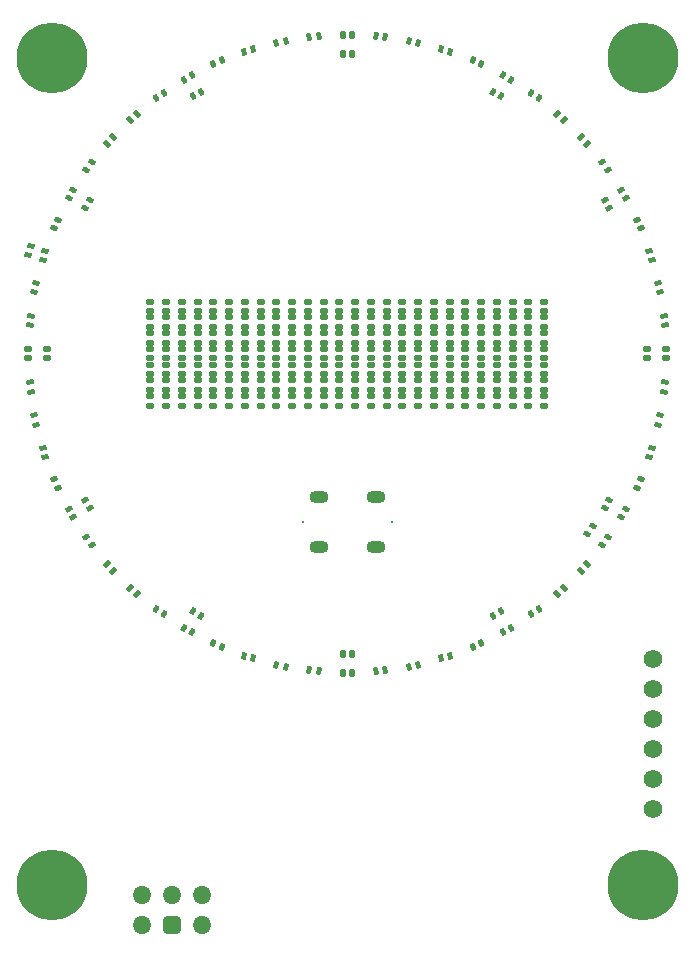
<source format=gbr>
%TF.GenerationSoftware,Altium Limited,Altium Designer,25.4.2 (15)*%
G04 Layer_Color=8388736*
%FSLAX45Y45*%
%MOMM*%
%TF.SameCoordinates,81630B90-A891-4B4D-9F54-97E9C8775566*%
%TF.FilePolarity,Negative*%
%TF.FileFunction,Soldermask,Top*%
%TF.Part,Single*%
G01*
G75*
%TA.AperFunction,ComponentPad*%
%ADD52O,1.60000X1.10000*%
%ADD53C,0.32500*%
%TA.AperFunction,WasherPad*%
%ADD54C,6.00000*%
%TA.AperFunction,ComponentPad*%
G04:AMPARAMS|DCode=103|XSize=1.576mm|YSize=1.526mm|CornerRadius=0.4005mm|HoleSize=0mm|Usage=FLASHONLY|Rotation=180.000|XOffset=0mm|YOffset=0mm|HoleType=Round|Shape=RoundedRectangle|*
%AMROUNDEDRECTD103*
21,1,1.57600,0.72500,0,0,180.0*
21,1,0.77500,1.52600,0,0,180.0*
1,1,0.80100,-0.38750,0.36250*
1,1,0.80100,0.38750,0.36250*
1,1,0.80100,0.38750,-0.36250*
1,1,0.80100,-0.38750,-0.36250*
%
%ADD103ROUNDEDRECTD103*%
%ADD104O,1.57600X1.52600*%
%TA.AperFunction,ViaPad*%
%ADD105C,1.57600*%
%TA.AperFunction,SMDPad,CuDef*%
G04:AMPARAMS|DCode=106|XSize=0.426mm|YSize=0.626mm|CornerRadius=0.0555mm|HoleSize=0mm|Usage=FLASHONLY|Rotation=42.000|XOffset=0mm|YOffset=0mm|HoleType=Round|Shape=RoundedRectangle|*
%AMROUNDEDRECTD106*
21,1,0.42600,0.51500,0,0,42.0*
21,1,0.31500,0.62600,0,0,42.0*
1,1,0.11100,0.28935,-0.08597*
1,1,0.11100,0.05526,-0.29675*
1,1,0.11100,-0.28935,0.08597*
1,1,0.11100,-0.05526,0.29675*
%
%ADD106ROUNDEDRECTD106*%
G04:AMPARAMS|DCode=107|XSize=0.426mm|YSize=0.626mm|CornerRadius=0.0555mm|HoleSize=0mm|Usage=FLASHONLY|Rotation=48.000|XOffset=0mm|YOffset=0mm|HoleType=Round|Shape=RoundedRectangle|*
%AMROUNDEDRECTD107*
21,1,0.42600,0.51500,0,0,48.0*
21,1,0.31500,0.62600,0,0,48.0*
1,1,0.11100,0.29675,-0.05526*
1,1,0.11100,0.08597,-0.28935*
1,1,0.11100,-0.29675,0.05526*
1,1,0.11100,-0.08597,0.28935*
%
%ADD107ROUNDEDRECTD107*%
G04:AMPARAMS|DCode=108|XSize=0.426mm|YSize=0.626mm|CornerRadius=0.0555mm|HoleSize=0mm|Usage=FLASHONLY|Rotation=126.000|XOffset=0mm|YOffset=0mm|HoleType=Round|Shape=RoundedRectangle|*
%AMROUNDEDRECTD108*
21,1,0.42600,0.51500,0,0,126.0*
21,1,0.31500,0.62600,0,0,126.0*
1,1,0.11100,0.11575,0.27878*
1,1,0.11100,0.30090,0.02393*
1,1,0.11100,-0.11575,-0.27878*
1,1,0.11100,-0.30090,-0.02393*
%
%ADD108ROUNDEDRECTD108*%
G04:AMPARAMS|DCode=109|XSize=0.426mm|YSize=0.626mm|CornerRadius=0.0555mm|HoleSize=0mm|Usage=FLASHONLY|Rotation=132.000|XOffset=0mm|YOffset=0mm|HoleType=Round|Shape=RoundedRectangle|*
%AMROUNDEDRECTD109*
21,1,0.42600,0.51500,0,0,132.0*
21,1,0.31500,0.62600,0,0,132.0*
1,1,0.11100,0.08597,0.28935*
1,1,0.11100,0.29675,0.05526*
1,1,0.11100,-0.08597,-0.28935*
1,1,0.11100,-0.29675,-0.05526*
%
%ADD109ROUNDEDRECTD109*%
G04:AMPARAMS|DCode=110|XSize=0.426mm|YSize=0.626mm|CornerRadius=0.0555mm|HoleSize=0mm|Usage=FLASHONLY|Rotation=138.000|XOffset=0mm|YOffset=0mm|HoleType=Round|Shape=RoundedRectangle|*
%AMROUNDEDRECTD110*
21,1,0.42600,0.51500,0,0,138.0*
21,1,0.31500,0.62600,0,0,138.0*
1,1,0.11100,0.05526,0.29675*
1,1,0.11100,0.28935,0.08597*
1,1,0.11100,-0.05526,-0.29675*
1,1,0.11100,-0.28935,-0.08597*
%
%ADD110ROUNDEDRECTD110*%
G04:AMPARAMS|DCode=111|XSize=0.426mm|YSize=0.626mm|CornerRadius=0.0555mm|HoleSize=0mm|Usage=FLASHONLY|Rotation=270.000|XOffset=0mm|YOffset=0mm|HoleType=Round|Shape=RoundedRectangle|*
%AMROUNDEDRECTD111*
21,1,0.42600,0.51500,0,0,270.0*
21,1,0.31500,0.62600,0,0,270.0*
1,1,0.11100,-0.25750,-0.15750*
1,1,0.11100,-0.25750,0.15750*
1,1,0.11100,0.25750,0.15750*
1,1,0.11100,0.25750,-0.15750*
%
%ADD111ROUNDEDRECTD111*%
G04:AMPARAMS|DCode=112|XSize=0.426mm|YSize=0.626mm|CornerRadius=0.0555mm|HoleSize=0mm|Usage=FLASHONLY|Rotation=342.000|XOffset=0mm|YOffset=0mm|HoleType=Round|Shape=RoundedRectangle|*
%AMROUNDEDRECTD112*
21,1,0.42600,0.51500,0,0,342.0*
21,1,0.31500,0.62600,0,0,342.0*
1,1,0.11100,0.07022,-0.29357*
1,1,0.11100,-0.22936,-0.19623*
1,1,0.11100,-0.07022,0.29357*
1,1,0.11100,0.22936,0.19623*
%
%ADD112ROUNDEDRECTD112*%
G04:AMPARAMS|DCode=113|XSize=0.426mm|YSize=0.626mm|CornerRadius=0.0555mm|HoleSize=0mm|Usage=FLASHONLY|Rotation=150.000|XOffset=0mm|YOffset=0mm|HoleType=Round|Shape=RoundedRectangle|*
%AMROUNDEDRECTD113*
21,1,0.42600,0.51500,0,0,150.0*
21,1,0.31500,0.62600,0,0,150.0*
1,1,0.11100,-0.00765,0.30175*
1,1,0.11100,0.26515,0.14425*
1,1,0.11100,0.00765,-0.30175*
1,1,0.11100,-0.26515,-0.14425*
%
%ADD113ROUNDEDRECTD113*%
G04:AMPARAMS|DCode=114|XSize=0.426mm|YSize=0.626mm|CornerRadius=0.0555mm|HoleSize=0mm|Usage=FLASHONLY|Rotation=234.000|XOffset=0mm|YOffset=0mm|HoleType=Round|Shape=RoundedRectangle|*
%AMROUNDEDRECTD114*
21,1,0.42600,0.51500,0,0,234.0*
21,1,0.31500,0.62600,0,0,234.0*
1,1,0.11100,-0.30090,0.02393*
1,1,0.11100,-0.11575,0.27878*
1,1,0.11100,0.30090,-0.02393*
1,1,0.11100,0.11575,-0.27878*
%
%ADD114ROUNDEDRECTD114*%
G04:AMPARAMS|DCode=115|XSize=0.426mm|YSize=0.626mm|CornerRadius=0.0555mm|HoleSize=0mm|Usage=FLASHONLY|Rotation=240.000|XOffset=0mm|YOffset=0mm|HoleType=Round|Shape=RoundedRectangle|*
%AMROUNDEDRECTD115*
21,1,0.42600,0.51500,0,0,240.0*
21,1,0.31500,0.62600,0,0,240.0*
1,1,0.11100,-0.30175,-0.00765*
1,1,0.11100,-0.14425,0.26515*
1,1,0.11100,0.30175,0.00765*
1,1,0.11100,0.14425,-0.26515*
%
%ADD115ROUNDEDRECTD115*%
G04:AMPARAMS|DCode=116|XSize=0.426mm|YSize=0.626mm|CornerRadius=0.0555mm|HoleSize=0mm|Usage=FLASHONLY|Rotation=246.000|XOffset=0mm|YOffset=0mm|HoleType=Round|Shape=RoundedRectangle|*
%AMROUNDEDRECTD116*
21,1,0.42600,0.51500,0,0,246.0*
21,1,0.31500,0.62600,0,0,246.0*
1,1,0.11100,-0.29930,-0.03915*
1,1,0.11100,-0.17118,0.24862*
1,1,0.11100,0.29930,0.03915*
1,1,0.11100,0.17118,-0.24862*
%
%ADD116ROUNDEDRECTD116*%
G04:AMPARAMS|DCode=117|XSize=0.426mm|YSize=0.626mm|CornerRadius=0.0555mm|HoleSize=0mm|Usage=FLASHONLY|Rotation=120.000|XOffset=0mm|YOffset=0mm|HoleType=Round|Shape=RoundedRectangle|*
%AMROUNDEDRECTD117*
21,1,0.42600,0.51500,0,0,120.0*
21,1,0.31500,0.62600,0,0,120.0*
1,1,0.11100,0.14425,0.26515*
1,1,0.11100,0.30175,-0.00765*
1,1,0.11100,-0.14425,-0.26515*
1,1,0.11100,-0.30175,0.00765*
%
%ADD117ROUNDEDRECTD117*%
G04:AMPARAMS|DCode=118|XSize=0.426mm|YSize=0.626mm|CornerRadius=0.0555mm|HoleSize=0mm|Usage=FLASHONLY|Rotation=114.000|XOffset=0mm|YOffset=0mm|HoleType=Round|Shape=RoundedRectangle|*
%AMROUNDEDRECTD118*
21,1,0.42600,0.51500,0,0,114.0*
21,1,0.31500,0.62600,0,0,114.0*
1,1,0.11100,0.17118,0.24862*
1,1,0.11100,0.29930,-0.03915*
1,1,0.11100,-0.17118,-0.24862*
1,1,0.11100,-0.29930,0.03915*
%
%ADD118ROUNDEDRECTD118*%
G04:AMPARAMS|DCode=119|XSize=0.426mm|YSize=0.626mm|CornerRadius=0.0555mm|HoleSize=0mm|Usage=FLASHONLY|Rotation=120.000|XOffset=0mm|YOffset=0mm|HoleType=Round|Shape=RoundedRectangle|*
%AMROUNDEDRECTD119*
21,1,0.42600,0.51500,0,0,120.0*
21,1,0.31500,0.62600,0,0,120.0*
1,1,0.11100,0.14425,0.26515*
1,1,0.11100,0.30175,-0.00765*
1,1,0.11100,-0.14425,-0.26515*
1,1,0.11100,-0.30175,0.00765*
%
%ADD119ROUNDEDRECTD119*%
G04:AMPARAMS|DCode=120|XSize=0.426mm|YSize=0.626mm|CornerRadius=0.0555mm|HoleSize=0mm|Usage=FLASHONLY|Rotation=252.000|XOffset=0mm|YOffset=0mm|HoleType=Round|Shape=RoundedRectangle|*
%AMROUNDEDRECTD120*
21,1,0.42600,0.51500,0,0,252.0*
21,1,0.31500,0.62600,0,0,252.0*
1,1,0.11100,-0.29357,-0.07022*
1,1,0.11100,-0.19623,0.22936*
1,1,0.11100,0.29357,0.07022*
1,1,0.11100,0.19623,-0.22936*
%
%ADD120ROUNDEDRECTD120*%
G04:AMPARAMS|DCode=121|XSize=0.426mm|YSize=0.626mm|CornerRadius=0.0555mm|HoleSize=0mm|Usage=FLASHONLY|Rotation=252.000|XOffset=0mm|YOffset=0mm|HoleType=Round|Shape=RoundedRectangle|*
%AMROUNDEDRECTD121*
21,1,0.42600,0.51500,0,0,252.0*
21,1,0.31500,0.62600,0,0,252.0*
1,1,0.11100,-0.29357,-0.07022*
1,1,0.11100,-0.19623,0.22936*
1,1,0.11100,0.29357,0.07022*
1,1,0.11100,0.19623,-0.22936*
%
%ADD121ROUNDEDRECTD121*%
G04:AMPARAMS|DCode=122|XSize=0.426mm|YSize=0.626mm|CornerRadius=0.0555mm|HoleSize=0mm|Usage=FLASHONLY|Rotation=258.000|XOffset=0mm|YOffset=0mm|HoleType=Round|Shape=RoundedRectangle|*
%AMROUNDEDRECTD122*
21,1,0.42600,0.51500,0,0,258.0*
21,1,0.31500,0.62600,0,0,258.0*
1,1,0.11100,-0.28462,-0.10052*
1,1,0.11100,-0.21913,0.20760*
1,1,0.11100,0.28462,0.10052*
1,1,0.11100,0.21913,-0.20760*
%
%ADD122ROUNDEDRECTD122*%
G04:AMPARAMS|DCode=123|XSize=0.426mm|YSize=0.626mm|CornerRadius=0.0555mm|HoleSize=0mm|Usage=FLASHONLY|Rotation=108.000|XOffset=0mm|YOffset=0mm|HoleType=Round|Shape=RoundedRectangle|*
%AMROUNDEDRECTD123*
21,1,0.42600,0.51500,0,0,108.0*
21,1,0.31500,0.62600,0,0,108.0*
1,1,0.11100,0.19623,0.22936*
1,1,0.11100,0.29357,-0.07022*
1,1,0.11100,-0.19623,-0.22936*
1,1,0.11100,-0.29357,0.07022*
%
%ADD123ROUNDEDRECTD123*%
G04:AMPARAMS|DCode=124|XSize=0.426mm|YSize=0.626mm|CornerRadius=0.0555mm|HoleSize=0mm|Usage=FLASHONLY|Rotation=96.000|XOffset=0mm|YOffset=0mm|HoleType=Round|Shape=RoundedRectangle|*
%AMROUNDEDRECTD124*
21,1,0.42600,0.51500,0,0,96.0*
21,1,0.31500,0.62600,0,0,96.0*
1,1,0.11100,0.23963,0.18355*
1,1,0.11100,0.27255,-0.12972*
1,1,0.11100,-0.23963,-0.18355*
1,1,0.11100,-0.27255,0.12972*
%
%ADD124ROUNDEDRECTD124*%
G04:AMPARAMS|DCode=125|XSize=0.426mm|YSize=0.626mm|CornerRadius=0.0555mm|HoleSize=0mm|Usage=FLASHONLY|Rotation=102.000|XOffset=0mm|YOffset=0mm|HoleType=Round|Shape=RoundedRectangle|*
%AMROUNDEDRECTD125*
21,1,0.42600,0.51500,0,0,102.0*
21,1,0.31500,0.62600,0,0,102.0*
1,1,0.11100,0.21913,0.20760*
1,1,0.11100,0.28462,-0.10052*
1,1,0.11100,-0.21913,-0.20760*
1,1,0.11100,-0.28462,0.10052*
%
%ADD125ROUNDEDRECTD125*%
G04:AMPARAMS|DCode=126|XSize=0.426mm|YSize=0.626mm|CornerRadius=0.0555mm|HoleSize=0mm|Usage=FLASHONLY|Rotation=264.000|XOffset=0mm|YOffset=0mm|HoleType=Round|Shape=RoundedRectangle|*
%AMROUNDEDRECTD126*
21,1,0.42600,0.51500,0,0,264.0*
21,1,0.31500,0.62600,0,0,264.0*
1,1,0.11100,-0.27255,-0.12972*
1,1,0.11100,-0.23963,0.18355*
1,1,0.11100,0.27255,0.12972*
1,1,0.11100,0.23963,-0.18355*
%
%ADD126ROUNDEDRECTD126*%
G04:AMPARAMS|DCode=127|XSize=0.426mm|YSize=0.626mm|CornerRadius=0.0555mm|HoleSize=0mm|Usage=FLASHONLY|Rotation=36.000|XOffset=0mm|YOffset=0mm|HoleType=Round|Shape=RoundedRectangle|*
%AMROUNDEDRECTD127*
21,1,0.42600,0.51500,0,0,36.0*
21,1,0.31500,0.62600,0,0,36.0*
1,1,0.11100,0.27878,-0.11575*
1,1,0.11100,0.02393,-0.30090*
1,1,0.11100,-0.27878,0.11575*
1,1,0.11100,-0.02393,0.30090*
%
%ADD127ROUNDEDRECTD127*%
G04:AMPARAMS|DCode=128|XSize=0.426mm|YSize=0.626mm|CornerRadius=0.0555mm|HoleSize=0mm|Usage=FLASHONLY|Rotation=30.000|XOffset=0mm|YOffset=0mm|HoleType=Round|Shape=RoundedRectangle|*
%AMROUNDEDRECTD128*
21,1,0.42600,0.51500,0,0,30.0*
21,1,0.31500,0.62600,0,0,30.0*
1,1,0.11100,0.26515,-0.14425*
1,1,0.11100,-0.00765,-0.30175*
1,1,0.11100,-0.26515,0.14425*
1,1,0.11100,0.00765,0.30175*
%
%ADD128ROUNDEDRECTD128*%
G04:AMPARAMS|DCode=129|XSize=0.426mm|YSize=0.626mm|CornerRadius=0.0555mm|HoleSize=0mm|Usage=FLASHONLY|Rotation=24.000|XOffset=0mm|YOffset=0mm|HoleType=Round|Shape=RoundedRectangle|*
%AMROUNDEDRECTD129*
21,1,0.42600,0.51500,0,0,24.0*
21,1,0.31500,0.62600,0,0,24.0*
1,1,0.11100,0.24862,-0.17118*
1,1,0.11100,-0.03915,-0.29930*
1,1,0.11100,-0.24862,0.17118*
1,1,0.11100,0.03915,0.29930*
%
%ADD129ROUNDEDRECTD129*%
G04:AMPARAMS|DCode=130|XSize=0.426mm|YSize=0.626mm|CornerRadius=0.0555mm|HoleSize=0mm|Usage=FLASHONLY|Rotation=18.000|XOffset=0mm|YOffset=0mm|HoleType=Round|Shape=RoundedRectangle|*
%AMROUNDEDRECTD130*
21,1,0.42600,0.51500,0,0,18.0*
21,1,0.31500,0.62600,0,0,18.0*
1,1,0.11100,0.22936,-0.19623*
1,1,0.11100,-0.07022,-0.29357*
1,1,0.11100,-0.22936,0.19623*
1,1,0.11100,0.07022,0.29357*
%
%ADD130ROUNDEDRECTD130*%
G04:AMPARAMS|DCode=131|XSize=0.426mm|YSize=0.626mm|CornerRadius=0.0555mm|HoleSize=0mm|Usage=FLASHONLY|Rotation=12.000|XOffset=0mm|YOffset=0mm|HoleType=Round|Shape=RoundedRectangle|*
%AMROUNDEDRECTD131*
21,1,0.42600,0.51500,0,0,12.0*
21,1,0.31500,0.62600,0,0,12.0*
1,1,0.11100,0.20760,-0.21913*
1,1,0.11100,-0.10052,-0.28462*
1,1,0.11100,-0.20760,0.21913*
1,1,0.11100,0.10052,0.28462*
%
%ADD131ROUNDEDRECTD131*%
G04:AMPARAMS|DCode=132|XSize=0.426mm|YSize=0.626mm|CornerRadius=0.0555mm|HoleSize=0mm|Usage=FLASHONLY|Rotation=6.000|XOffset=0mm|YOffset=0mm|HoleType=Round|Shape=RoundedRectangle|*
%AMROUNDEDRECTD132*
21,1,0.42600,0.51500,0,0,6.0*
21,1,0.31500,0.62600,0,0,6.0*
1,1,0.11100,0.18355,-0.23963*
1,1,0.11100,-0.12972,-0.27255*
1,1,0.11100,-0.18355,0.23963*
1,1,0.11100,0.12972,0.27255*
%
%ADD132ROUNDEDRECTD132*%
G04:AMPARAMS|DCode=133|XSize=0.426mm|YSize=0.626mm|CornerRadius=0.0555mm|HoleSize=0mm|Usage=FLASHONLY|Rotation=0.000|XOffset=0mm|YOffset=0mm|HoleType=Round|Shape=RoundedRectangle|*
%AMROUNDEDRECTD133*
21,1,0.42600,0.51500,0,0,0.0*
21,1,0.31500,0.62600,0,0,0.0*
1,1,0.11100,0.15750,-0.25750*
1,1,0.11100,-0.15750,-0.25750*
1,1,0.11100,-0.15750,0.25750*
1,1,0.11100,0.15750,0.25750*
%
%ADD133ROUNDEDRECTD133*%
G04:AMPARAMS|DCode=134|XSize=0.426mm|YSize=0.626mm|CornerRadius=0.0555mm|HoleSize=0mm|Usage=FLASHONLY|Rotation=354.000|XOffset=0mm|YOffset=0mm|HoleType=Round|Shape=RoundedRectangle|*
%AMROUNDEDRECTD134*
21,1,0.42600,0.51500,0,0,354.0*
21,1,0.31500,0.62600,0,0,354.0*
1,1,0.11100,0.12972,-0.27255*
1,1,0.11100,-0.18355,-0.23963*
1,1,0.11100,-0.12972,0.27255*
1,1,0.11100,0.18355,0.23963*
%
%ADD134ROUNDEDRECTD134*%
G04:AMPARAMS|DCode=135|XSize=0.426mm|YSize=0.626mm|CornerRadius=0.0555mm|HoleSize=0mm|Usage=FLASHONLY|Rotation=348.000|XOffset=0mm|YOffset=0mm|HoleType=Round|Shape=RoundedRectangle|*
%AMROUNDEDRECTD135*
21,1,0.42600,0.51500,0,0,348.0*
21,1,0.31500,0.62600,0,0,348.0*
1,1,0.11100,0.10052,-0.28462*
1,1,0.11100,-0.20760,-0.21913*
1,1,0.11100,-0.10052,0.28462*
1,1,0.11100,0.20760,0.21913*
%
%ADD135ROUNDEDRECTD135*%
G04:AMPARAMS|DCode=136|XSize=0.426mm|YSize=0.626mm|CornerRadius=0.0555mm|HoleSize=0mm|Usage=FLASHONLY|Rotation=336.000|XOffset=0mm|YOffset=0mm|HoleType=Round|Shape=RoundedRectangle|*
%AMROUNDEDRECTD136*
21,1,0.42600,0.51500,0,0,336.0*
21,1,0.31500,0.62600,0,0,336.0*
1,1,0.11100,0.03915,-0.29930*
1,1,0.11100,-0.24862,-0.17118*
1,1,0.11100,-0.03915,0.29930*
1,1,0.11100,0.24862,0.17118*
%
%ADD136ROUNDEDRECTD136*%
G04:AMPARAMS|DCode=137|XSize=0.426mm|YSize=0.626mm|CornerRadius=0.0555mm|HoleSize=0mm|Usage=FLASHONLY|Rotation=324.000|XOffset=0mm|YOffset=0mm|HoleType=Round|Shape=RoundedRectangle|*
%AMROUNDEDRECTD137*
21,1,0.42600,0.51500,0,0,324.0*
21,1,0.31500,0.62600,0,0,324.0*
1,1,0.11100,-0.02393,-0.30090*
1,1,0.11100,-0.27878,-0.11575*
1,1,0.11100,0.02393,0.30090*
1,1,0.11100,0.27878,0.11575*
%
%ADD137ROUNDEDRECTD137*%
G04:AMPARAMS|DCode=138|XSize=0.426mm|YSize=0.626mm|CornerRadius=0.0555mm|HoleSize=0mm|Usage=FLASHONLY|Rotation=150.000|XOffset=0mm|YOffset=0mm|HoleType=Round|Shape=RoundedRectangle|*
%AMROUNDEDRECTD138*
21,1,0.42600,0.51500,0,0,150.0*
21,1,0.31500,0.62600,0,0,150.0*
1,1,0.11100,-0.00765,0.30175*
1,1,0.11100,0.26515,0.14425*
1,1,0.11100,0.00765,-0.30175*
1,1,0.11100,-0.26515,-0.14425*
%
%ADD138ROUNDEDRECTD138*%
D52*
X3240000Y3787200D02*
D03*
X2760000Y3784700D02*
D03*
X3240000Y3359700D02*
D03*
X2760000D02*
D03*
D53*
X3375000Y3572200D02*
D03*
X2625000D02*
D03*
D54*
X500000Y500000D02*
D03*
X5500000D02*
D03*
Y7500000D02*
D03*
X500000D02*
D03*
D103*
X1520000Y163496D02*
D03*
D104*
Y417496D02*
D03*
X1774000D02*
D03*
X1266000Y163496D02*
D03*
X1774000D02*
D03*
X1266000Y417496D02*
D03*
D105*
X5588000Y2413000D02*
D03*
Y2159000D02*
D03*
Y1143000D02*
D03*
Y1905000D02*
D03*
Y1651000D02*
D03*
Y1397000D02*
D03*
D106*
X4776927Y2966744D02*
D03*
X4836378Y3020274D02*
D03*
X1163622Y6979725D02*
D03*
X1223073Y7033256D02*
D03*
D107*
X4979726Y3163622D02*
D03*
X5033256Y3223073D02*
D03*
X966744Y6776927D02*
D03*
X1020275Y6836378D02*
D03*
D108*
X5160834Y6619380D02*
D03*
X839166Y3380620D02*
D03*
X5207857Y6554659D02*
D03*
X792143Y3445340D02*
D03*
D109*
X4979726Y6836378D02*
D03*
X1020274Y3163622D02*
D03*
X966744Y3223073D02*
D03*
X5033256Y6776927D02*
D03*
D110*
X4776927Y7033256D02*
D03*
X1223073Y2966744D02*
D03*
X1163622Y3020274D02*
D03*
X4836378Y6979726D02*
D03*
D111*
X4666626Y5359990D02*
D03*
X4533296D02*
D03*
X4399966D02*
D03*
X4133306D02*
D03*
X3999977D02*
D03*
X4266636D02*
D03*
X3866647D02*
D03*
X3733317D02*
D03*
X3466657D02*
D03*
X3599987D02*
D03*
X3199997D02*
D03*
X3066667D02*
D03*
X3333327D02*
D03*
X3599986Y4640010D02*
D03*
X1866697D02*
D03*
X3599986Y4773340D02*
D03*
X1866697D02*
D03*
X3599986Y4906670D02*
D03*
X1866697D02*
D03*
X3599986Y5040000D02*
D03*
X1866697D02*
D03*
X3599987Y5173330D02*
D03*
X1866697D02*
D03*
X3599987Y5306660D02*
D03*
X1866697Y5306700D02*
D03*
X3599987Y5439990D02*
D03*
X1866697D02*
D03*
X2933337Y5359990D02*
D03*
X2800007D02*
D03*
X2666677D02*
D03*
X2533347D02*
D03*
X2400017D02*
D03*
X2266687D02*
D03*
X2133357D02*
D03*
X2000027D02*
D03*
X1866697D02*
D03*
X1733367D02*
D03*
X1600037D02*
D03*
X1466707D02*
D03*
X1333377D02*
D03*
X2933336Y5226660D02*
D03*
X2800006Y5226700D02*
D03*
X2666676D02*
D03*
X2533346D02*
D03*
X2400016D02*
D03*
X2266686D02*
D03*
X2133356D02*
D03*
X2000026D02*
D03*
X1866697D02*
D03*
X1733367D02*
D03*
X1600037D02*
D03*
X1466707D02*
D03*
X1333377Y5226660D02*
D03*
X4666626D02*
D03*
X4533296D02*
D03*
X4399966D02*
D03*
X3999977D02*
D03*
X3866647D02*
D03*
X4133306D02*
D03*
X3599987D02*
D03*
X3733317D02*
D03*
X4266636D02*
D03*
X3466657D02*
D03*
X3333327D02*
D03*
X3066667D02*
D03*
X3199997D02*
D03*
X2933336Y5093330D02*
D03*
X2800006D02*
D03*
X2666676D02*
D03*
X2533346D02*
D03*
X2400016D02*
D03*
X2266686D02*
D03*
X2133356D02*
D03*
X2000026D02*
D03*
X1866697D02*
D03*
X1733367D02*
D03*
X1600037D02*
D03*
X1466707D02*
D03*
X1333377D02*
D03*
X4666626D02*
D03*
X4533296D02*
D03*
X3999977D02*
D03*
X3866647D02*
D03*
X4133306D02*
D03*
X3599987D02*
D03*
X3466657D02*
D03*
X3733317D02*
D03*
X4399966D02*
D03*
X4266636D02*
D03*
X3333327D02*
D03*
X3199997D02*
D03*
X3066667D02*
D03*
X300000Y4960000D02*
D03*
X460000D02*
D03*
X2933336Y4960000D02*
D03*
X2800006D02*
D03*
X2666676D02*
D03*
X2533346D02*
D03*
X2400016D02*
D03*
X2266686D02*
D03*
X2133356D02*
D03*
X2000026D02*
D03*
X1866697D02*
D03*
X1733367D02*
D03*
X1600037D02*
D03*
X1466707D02*
D03*
X1333377D02*
D03*
X5700000Y5040000D02*
D03*
X5540000D02*
D03*
X4666625Y4960000D02*
D03*
X4533295D02*
D03*
X4399965D02*
D03*
X3999975D02*
D03*
X3866646D02*
D03*
X4133305D02*
D03*
X3599986D02*
D03*
X3733316D02*
D03*
X4266635D02*
D03*
X3466656D02*
D03*
X3333327D02*
D03*
X3066666D02*
D03*
X3199997D02*
D03*
X2933336Y4826670D02*
D03*
X2800006D02*
D03*
X2666676D02*
D03*
X2533346D02*
D03*
X2400016D02*
D03*
X2266686D02*
D03*
X2133356D02*
D03*
X2000026D02*
D03*
X1866697D02*
D03*
X1733367D02*
D03*
X1600037D02*
D03*
X1466707D02*
D03*
X1333377D02*
D03*
X4666625D02*
D03*
X4533295D02*
D03*
X4399965D02*
D03*
X3999975D02*
D03*
X3866646D02*
D03*
X4133305D02*
D03*
X3599986D02*
D03*
X3733316D02*
D03*
X4266635D02*
D03*
X3466656D02*
D03*
X3333327D02*
D03*
X3066666D02*
D03*
X3199997D02*
D03*
X2933336Y4693340D02*
D03*
X2800006D02*
D03*
X2666676D02*
D03*
X2533346D02*
D03*
X2400016D02*
D03*
X2266686D02*
D03*
X2133356D02*
D03*
X2000026D02*
D03*
X1866697D02*
D03*
X1733367D02*
D03*
X1600037D02*
D03*
X1466707D02*
D03*
X1333377D02*
D03*
X4666625D02*
D03*
X4533295D02*
D03*
X4399965D02*
D03*
X4133305D02*
D03*
X3999975D02*
D03*
X4266635D02*
D03*
X3866646D02*
D03*
X3733316D02*
D03*
X3466656D02*
D03*
X3599986D02*
D03*
X3199997D02*
D03*
X3066666D02*
D03*
X3333327D02*
D03*
X2933336Y4560010D02*
D03*
X2800006D02*
D03*
X2666676D02*
D03*
X2533346D02*
D03*
X2400016D02*
D03*
X2266686D02*
D03*
X2133356D02*
D03*
X2000026D02*
D03*
X1866697D02*
D03*
X1733367D02*
D03*
X1600037D02*
D03*
X1466707D02*
D03*
X1333377D02*
D03*
X4666625D02*
D03*
X4533295D02*
D03*
X3999975D02*
D03*
X3866646D02*
D03*
X4133305D02*
D03*
X3599986D02*
D03*
X3466656D02*
D03*
X3733316D02*
D03*
X4399965D02*
D03*
X4266635D02*
D03*
X3333327D02*
D03*
X3199997D02*
D03*
X3066666D02*
D03*
Y4640010D02*
D03*
X1333377D02*
D03*
X3066666Y4773340D02*
D03*
X1333377D02*
D03*
X3066666Y4906670D02*
D03*
X1333377D02*
D03*
X3066666Y5040000D02*
D03*
X1333377D02*
D03*
X3066667Y5173330D02*
D03*
X1333377D02*
D03*
X3066667Y5306660D02*
D03*
X1333377D02*
D03*
X3066667Y5439990D02*
D03*
X1333377D02*
D03*
X3199997Y4640010D02*
D03*
Y4773340D02*
D03*
Y4906670D02*
D03*
Y5040000D02*
D03*
Y5173330D02*
D03*
Y5306660D02*
D03*
Y5439990D02*
D03*
X1466707Y4640010D02*
D03*
Y4773340D02*
D03*
Y4906670D02*
D03*
Y5040000D02*
D03*
Y5173330D02*
D03*
Y5306700D02*
D03*
X1466707Y5439990D02*
D03*
X3333327Y4640010D02*
D03*
X1600037D02*
D03*
X3333327Y4773340D02*
D03*
X1600037D02*
D03*
X3333327Y4906670D02*
D03*
X1600037D02*
D03*
X3333327Y5040000D02*
D03*
X1600037D02*
D03*
X3333327Y5173330D02*
D03*
X1600037D02*
D03*
X3333327Y5306660D02*
D03*
X1600037Y5306700D02*
D03*
X3333327Y5439990D02*
D03*
X1600037D02*
D03*
X3466656Y4640010D02*
D03*
X1733367D02*
D03*
X3466656Y4773340D02*
D03*
X1733367D02*
D03*
X3466656Y4906670D02*
D03*
X1733367D02*
D03*
X3466656Y5040000D02*
D03*
X1733367D02*
D03*
X3466657Y5173330D02*
D03*
X1733367D02*
D03*
X3466657Y5306660D02*
D03*
X1733367Y5306700D02*
D03*
X3466657Y5439990D02*
D03*
X1733367D02*
D03*
X3733316Y4640010D02*
D03*
X2000026D02*
D03*
X3733316Y4773340D02*
D03*
X2000026D02*
D03*
X3733316Y4906670D02*
D03*
X2000026D02*
D03*
X3733316Y5040000D02*
D03*
X2000026D02*
D03*
X3733317Y5173330D02*
D03*
X2000026D02*
D03*
X3733317Y5306660D02*
D03*
X2000026Y5306700D02*
D03*
X3733317Y5439990D02*
D03*
X2000027D02*
D03*
X3866646Y4640010D02*
D03*
X2133356D02*
D03*
X3866646Y4773340D02*
D03*
X2133356D02*
D03*
X3866646Y4906670D02*
D03*
X2133356D02*
D03*
X3866646Y5040000D02*
D03*
X2133356D02*
D03*
X3866647Y5173330D02*
D03*
X2133356D02*
D03*
X3866647Y5306660D02*
D03*
X2133356Y5306700D02*
D03*
X3866647Y5439990D02*
D03*
X2133357D02*
D03*
X3999975Y4640010D02*
D03*
X2266686D02*
D03*
X3999975Y4773340D02*
D03*
X2266686D02*
D03*
X3999975Y4906670D02*
D03*
X2266686D02*
D03*
X3999975Y5040000D02*
D03*
X2266686D02*
D03*
X3999977Y5173330D02*
D03*
X2266686D02*
D03*
X3999977Y5306660D02*
D03*
X2266686Y5306700D02*
D03*
X3999977Y5439990D02*
D03*
X2266687D02*
D03*
X4133305Y4640010D02*
D03*
X2400016D02*
D03*
X4133305Y4773340D02*
D03*
X2400016D02*
D03*
X4133305Y4906670D02*
D03*
X2400016D02*
D03*
X4133305Y5040000D02*
D03*
X2400016D02*
D03*
X4133306Y5173330D02*
D03*
X2400016D02*
D03*
X4133306Y5306660D02*
D03*
X2400016Y5306700D02*
D03*
X4133306Y5439990D02*
D03*
X2400017D02*
D03*
X4266635Y4640010D02*
D03*
X2533346D02*
D03*
X4266635Y4773340D02*
D03*
X2533346D02*
D03*
X4266635Y4906670D02*
D03*
X2533346D02*
D03*
X4266635Y5040000D02*
D03*
X2533346D02*
D03*
X4266636Y5173330D02*
D03*
X2533346D02*
D03*
X4266636Y5306660D02*
D03*
X2533346Y5306700D02*
D03*
X4266636Y5439990D02*
D03*
X2533347D02*
D03*
X4399965Y4640010D02*
D03*
X2666676D02*
D03*
X4399965Y4773340D02*
D03*
X2666676D02*
D03*
X4399965Y4906670D02*
D03*
X2666676D02*
D03*
X4399965Y5040000D02*
D03*
X2666676D02*
D03*
X4399966Y5173330D02*
D03*
X2666676D02*
D03*
X4399966Y5306660D02*
D03*
X2666676Y5306700D02*
D03*
X4399966Y5439990D02*
D03*
X2666677D02*
D03*
X4533295Y4640010D02*
D03*
X2800006D02*
D03*
X4533295Y4773340D02*
D03*
X2800006D02*
D03*
X4533295Y4906670D02*
D03*
X2800006D02*
D03*
X4533295Y5040000D02*
D03*
X2800006D02*
D03*
X4533296Y5173330D02*
D03*
X2800006D02*
D03*
X4533296Y5306660D02*
D03*
X2800006Y5306700D02*
D03*
X4533296Y5439990D02*
D03*
X2800007D02*
D03*
X4666625Y4640010D02*
D03*
X2933336D02*
D03*
X4666625Y4773340D02*
D03*
X2933336D02*
D03*
X4666625Y4906670D02*
D03*
X2933336D02*
D03*
X4666625Y5040000D02*
D03*
X2933336D02*
D03*
X4666626Y5173330D02*
D03*
X2933336D02*
D03*
X4666626Y5306660D02*
D03*
X2933336D02*
D03*
X4666626Y5439990D02*
D03*
X2933337D02*
D03*
X460000Y5040000D02*
D03*
X5540000Y4960000D02*
D03*
X300000Y5040000D02*
D03*
X5700000Y4960000D02*
D03*
D112*
X2127612Y2444508D02*
D03*
X2203697Y2419787D02*
D03*
X3796305Y7580214D02*
D03*
X3872387Y7555491D02*
D03*
D113*
X4384642Y7318268D02*
D03*
X1764641Y2780295D02*
D03*
X1684641Y2641731D02*
D03*
X4315358Y7358269D02*
D03*
X1615359Y2681733D02*
D03*
X1695359Y2820296D02*
D03*
D114*
X792143Y6554659D02*
D03*
X5207857Y3445340D02*
D03*
X5078415Y3539386D02*
D03*
X5160835Y3380619D02*
D03*
X839166Y6619380D02*
D03*
X5031392Y3474664D02*
D03*
D115*
X641732Y6315359D02*
D03*
X780296Y6235358D02*
D03*
X5358269Y3684641D02*
D03*
X5219705Y3764641D02*
D03*
X5179705Y3695359D02*
D03*
X820295Y6304642D02*
D03*
X5318269Y3615359D02*
D03*
X681732Y6384641D02*
D03*
D116*
X517159Y6061647D02*
D03*
X5482841Y3938353D02*
D03*
X5450304Y3865269D02*
D03*
X549697Y6134731D02*
D03*
D117*
X5318269Y6384642D02*
D03*
X681731Y3615359D02*
D03*
X820296Y3695359D02*
D03*
X780296Y3764641D02*
D03*
X641732Y3684641D02*
D03*
X5358268Y6315357D02*
D03*
D118*
X5450304Y6134730D02*
D03*
X549697Y3865269D02*
D03*
X5482841Y6061647D02*
D03*
X517159Y3938353D02*
D03*
D119*
X5179704Y6304641D02*
D03*
X5219705Y6235359D02*
D03*
D120*
X419787Y5796304D02*
D03*
X5580213Y4203696D02*
D03*
X5555492Y4127612D02*
D03*
X444508Y5872387D02*
D03*
D121*
X296409Y5836000D02*
D03*
X321129Y5912083D02*
D03*
D122*
X350685Y5522235D02*
D03*
X5649314Y4477764D02*
D03*
X367318Y5600488D02*
D03*
X5632682Y4399513D02*
D03*
D123*
X5555492Y5872388D02*
D03*
X444508Y4127612D02*
D03*
X419787Y4203696D02*
D03*
X5580213Y5796304D02*
D03*
D124*
X5681027Y5322008D02*
D03*
X318972Y4677992D02*
D03*
X5689391Y5242446D02*
D03*
X310610Y4757554D02*
D03*
D125*
X5632682Y5600487D02*
D03*
X367318Y4399512D02*
D03*
X350686Y4477764D02*
D03*
X5649315Y5522236D02*
D03*
D126*
X310611Y5242446D02*
D03*
X5689390Y4757554D02*
D03*
X5681028Y4677992D02*
D03*
X318972Y5322008D02*
D03*
D127*
X4619381Y2839166D02*
D03*
X1380621Y7160835D02*
D03*
X4554659Y2792143D02*
D03*
X1445340Y7207856D02*
D03*
D128*
X4304642Y2820295D02*
D03*
X4384641Y2681732D02*
D03*
X1695359Y7179705D02*
D03*
X1615359Y7318269D02*
D03*
X4315358Y2641731D02*
D03*
X1684642Y7358268D02*
D03*
X4235359Y2780295D02*
D03*
X1764641Y7219704D02*
D03*
D129*
X4134731Y2549696D02*
D03*
X1865270Y7450303D02*
D03*
X1938352Y7482842D02*
D03*
X4061647Y2517159D02*
D03*
D130*
X3872387Y2444508D02*
D03*
X2127612Y7555492D02*
D03*
X2203697Y7580212D02*
D03*
X3796305Y2419787D02*
D03*
D131*
X3600488Y2367318D02*
D03*
X2399513Y7632682D02*
D03*
X2477764Y7649315D02*
D03*
X3522236Y2350685D02*
D03*
D132*
X3322007Y2318972D02*
D03*
X2677992Y7681027D02*
D03*
X3242446Y2310610D02*
D03*
X2757555Y7689391D02*
D03*
D133*
X3040000Y2460000D02*
D03*
X3040000Y2300000D02*
D03*
X2959999Y7540000D02*
D03*
X2960000Y7700000D02*
D03*
X2960000Y2300000D02*
D03*
X2960000Y2460000D02*
D03*
X3040000Y7699999D02*
D03*
X3040001Y7540000D02*
D03*
D134*
X2757555Y2310610D02*
D03*
X3242446Y7689390D02*
D03*
X3322008Y7681027D02*
D03*
X2677992Y2318972D02*
D03*
D135*
X2477765Y2350685D02*
D03*
X3522236Y7649314D02*
D03*
X3600487Y7632682D02*
D03*
X2399512Y2367318D02*
D03*
D136*
X1938353Y2517160D02*
D03*
X4061647Y7482843D02*
D03*
X1865270Y2549695D02*
D03*
X4134731Y7450302D02*
D03*
D137*
X1445341Y2792144D02*
D03*
X4554660Y7207857D02*
D03*
X1380620Y2839165D02*
D03*
X4619381Y7160835D02*
D03*
D138*
X4235359Y7219705D02*
D03*
X4304641Y7179703D02*
D03*
%TF.MD5,a554d66d3f27deb5ee0e0acf342e5fde*%
M02*

</source>
